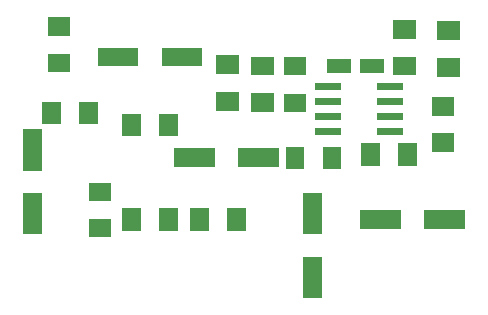
<source format=gtp>
G04 MADE WITH FRITZING*
G04 WWW.FRITZING.ORG*
G04 DOUBLE SIDED*
G04 HOLES PLATED*
G04 CONTOUR ON CENTER OF CONTOUR VECTOR*
%ASAXBY*%
%FSLAX23Y23*%
%MOIN*%
%OFA0B0*%
%SFA1.0B1.0*%
%ADD10R,0.074803X0.062992*%
%ADD11R,0.062992X0.074803*%
%ADD12R,0.137795X0.062992*%
%ADD13R,0.078740X0.047244*%
%LNPASTEMASK1*%
G90*
G70*
G54D10*
X1053Y853D03*
X1053Y731D03*
G54D11*
X1053Y548D03*
X1175Y548D03*
G54D12*
X675Y883D03*
X462Y883D03*
G54D13*
X1199Y853D03*
X1309Y853D03*
G54D10*
X403Y312D03*
X403Y434D03*
G36*
X598Y619D02*
X598Y694D01*
X661Y694D01*
X661Y619D01*
X598Y619D01*
G37*
D02*
G36*
X476Y619D02*
X476Y694D01*
X539Y694D01*
X539Y619D01*
X476Y619D01*
G37*
D02*
G36*
X982Y822D02*
X907Y822D01*
X907Y885D01*
X982Y885D01*
X982Y822D01*
G37*
D02*
G36*
X982Y700D02*
X907Y700D01*
X907Y763D01*
X982Y763D01*
X982Y700D01*
G37*
D02*
G36*
X1380Y885D02*
X1454Y885D01*
X1454Y822D01*
X1380Y822D01*
X1380Y885D01*
G37*
D02*
G36*
X1380Y1007D02*
X1454Y1007D01*
X1454Y944D01*
X1380Y944D01*
X1380Y1007D01*
G37*
D02*
G36*
X789Y767D02*
X864Y767D01*
X864Y704D01*
X789Y704D01*
X789Y767D01*
G37*
D02*
G36*
X789Y889D02*
X864Y889D01*
X864Y826D01*
X789Y826D01*
X789Y889D01*
G37*
D02*
G36*
X1602Y940D02*
X1527Y940D01*
X1527Y1003D01*
X1602Y1003D01*
X1602Y940D01*
G37*
D02*
G36*
X1602Y818D02*
X1527Y818D01*
X1527Y881D01*
X1602Y881D01*
X1602Y818D01*
G37*
D02*
G36*
X332Y659D02*
X332Y733D01*
X395Y733D01*
X395Y659D01*
X332Y659D01*
G37*
D02*
G36*
X210Y659D02*
X210Y733D01*
X273Y733D01*
X273Y659D01*
X210Y659D01*
G37*
D02*
G36*
X228Y895D02*
X303Y895D01*
X303Y832D01*
X228Y832D01*
X228Y895D01*
G37*
D02*
G36*
X228Y1017D02*
X303Y1017D01*
X303Y954D01*
X228Y954D01*
X228Y1017D01*
G37*
D02*
G36*
X1508Y629D02*
X1582Y629D01*
X1582Y566D01*
X1508Y566D01*
X1508Y629D01*
G37*
D02*
G36*
X1508Y751D02*
X1582Y751D01*
X1582Y688D01*
X1508Y688D01*
X1508Y751D01*
G37*
D02*
G36*
X1324Y697D02*
X1411Y697D01*
X1411Y673D01*
X1324Y673D01*
X1324Y697D01*
G37*
D02*
G36*
X1118Y647D02*
X1205Y647D01*
X1205Y623D01*
X1118Y623D01*
X1118Y647D01*
G37*
D02*
G36*
X1118Y747D02*
X1205Y747D01*
X1205Y723D01*
X1118Y723D01*
X1118Y747D01*
G37*
D02*
G36*
X1324Y747D02*
X1411Y747D01*
X1411Y723D01*
X1324Y723D01*
X1324Y747D01*
G37*
D02*
G36*
X1118Y697D02*
X1205Y697D01*
X1205Y673D01*
X1118Y673D01*
X1118Y697D01*
G37*
D02*
G36*
X1324Y797D02*
X1411Y797D01*
X1411Y773D01*
X1324Y773D01*
X1324Y797D01*
G37*
D02*
G36*
X1118Y797D02*
X1205Y797D01*
X1205Y773D01*
X1118Y773D01*
X1118Y797D01*
G37*
D02*
G36*
X1324Y647D02*
X1411Y647D01*
X1411Y623D01*
X1324Y623D01*
X1324Y647D01*
G37*
D02*
G36*
X1080Y218D02*
X1143Y218D01*
X1143Y80D01*
X1080Y80D01*
X1080Y218D01*
G37*
D02*
G36*
X1080Y430D02*
X1143Y430D01*
X1143Y292D01*
X1080Y292D01*
X1080Y430D01*
G37*
D02*
G36*
X862Y517D02*
X862Y580D01*
X1000Y580D01*
X1000Y517D01*
X862Y517D01*
G37*
D02*
G36*
X649Y517D02*
X649Y580D01*
X787Y580D01*
X787Y517D01*
X649Y517D01*
G37*
D02*
G36*
X1482Y310D02*
X1482Y373D01*
X1620Y373D01*
X1620Y310D01*
X1482Y310D01*
G37*
D02*
G36*
X1269Y310D02*
X1269Y373D01*
X1407Y373D01*
X1407Y310D01*
X1269Y310D01*
G37*
D02*
G36*
X1395Y521D02*
X1395Y596D01*
X1458Y596D01*
X1458Y521D01*
X1395Y521D01*
G37*
D02*
G36*
X1273Y521D02*
X1273Y596D01*
X1336Y596D01*
X1336Y521D01*
X1273Y521D01*
G37*
D02*
G36*
X208Y505D02*
X145Y505D01*
X145Y643D01*
X208Y643D01*
X208Y505D01*
G37*
D02*
G36*
X208Y292D02*
X145Y292D01*
X145Y430D01*
X208Y430D01*
X208Y292D01*
G37*
D02*
G36*
X825Y304D02*
X825Y379D01*
X888Y379D01*
X888Y304D01*
X825Y304D01*
G37*
D02*
G36*
X702Y304D02*
X702Y379D01*
X765Y379D01*
X765Y304D01*
X702Y304D01*
G37*
D02*
G36*
X598Y304D02*
X598Y379D01*
X661Y379D01*
X661Y304D01*
X598Y304D01*
G37*
D02*
G36*
X476Y304D02*
X476Y379D01*
X539Y379D01*
X539Y304D01*
X476Y304D01*
G37*
D02*
G04 End of PasteMask1*
M02*
</source>
